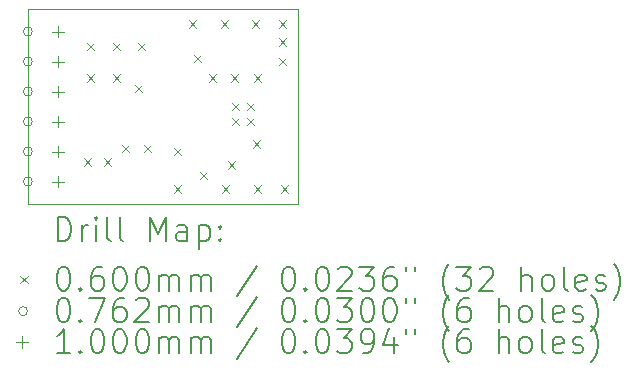
<source format=gbr>
%TF.GenerationSoftware,KiCad,Pcbnew,(6.0.8)*%
%TF.CreationDate,2023-05-19T15:03:57+02:00*%
%TF.ProjectId,10_Audio_Facile,31305f41-7564-4696-9f5f-466163696c65,rev?*%
%TF.SameCoordinates,Original*%
%TF.FileFunction,Drillmap*%
%TF.FilePolarity,Positive*%
%FSLAX45Y45*%
G04 Gerber Fmt 4.5, Leading zero omitted, Abs format (unit mm)*
G04 Created by KiCad (PCBNEW (6.0.8)) date 2023-05-19 15:03:57*
%MOMM*%
%LPD*%
G01*
G04 APERTURE LIST*
%ADD10C,0.050000*%
%ADD11C,0.200000*%
%ADD12C,0.060000*%
%ADD13C,0.076200*%
%ADD14C,0.100000*%
G04 APERTURE END LIST*
D10*
X12446000Y-7810500D02*
X10160000Y-7810500D01*
X12446000Y-6159500D02*
X12446000Y-7810500D01*
X10160000Y-7747000D02*
X10160000Y-7810500D01*
X10160000Y-7747000D02*
X10160000Y-6159500D01*
X10160000Y-6159500D02*
X12446000Y-6159500D01*
D11*
D12*
X10638000Y-7424900D02*
X10698000Y-7484900D01*
X10698000Y-7424900D02*
X10638000Y-7484900D01*
X10663400Y-6447000D02*
X10723400Y-6507000D01*
X10723400Y-6447000D02*
X10663400Y-6507000D01*
X10663400Y-6713700D02*
X10723400Y-6773700D01*
X10723400Y-6713700D02*
X10663400Y-6773700D01*
X10803100Y-7424900D02*
X10863100Y-7484900D01*
X10863100Y-7424900D02*
X10803100Y-7484900D01*
X10879300Y-6447000D02*
X10939300Y-6507000D01*
X10939300Y-6447000D02*
X10879300Y-6507000D01*
X10879300Y-6713700D02*
X10939300Y-6773700D01*
X10939300Y-6713700D02*
X10879300Y-6773700D01*
X10955500Y-7310600D02*
X11015500Y-7370600D01*
X11015500Y-7310600D02*
X10955500Y-7370600D01*
X11069800Y-6802600D02*
X11129800Y-6862600D01*
X11129800Y-6802600D02*
X11069800Y-6862600D01*
X11095200Y-6447000D02*
X11155200Y-6507000D01*
X11155200Y-6447000D02*
X11095200Y-6507000D01*
X11146000Y-7310600D02*
X11206000Y-7370600D01*
X11206000Y-7310600D02*
X11146000Y-7370600D01*
X11400000Y-7336000D02*
X11460000Y-7396000D01*
X11460000Y-7336000D02*
X11400000Y-7396000D01*
X11400000Y-7653500D02*
X11460000Y-7713500D01*
X11460000Y-7653500D02*
X11400000Y-7713500D01*
X11527000Y-6256500D02*
X11587000Y-6316500D01*
X11587000Y-6256500D02*
X11527000Y-6316500D01*
X11565100Y-6548600D02*
X11625100Y-6608600D01*
X11625100Y-6548600D02*
X11565100Y-6608600D01*
X11615900Y-7539200D02*
X11675900Y-7599200D01*
X11675900Y-7539200D02*
X11615900Y-7599200D01*
X11692100Y-6713700D02*
X11752100Y-6773700D01*
X11752100Y-6713700D02*
X11692100Y-6773700D01*
X11793700Y-6256500D02*
X11853700Y-6316500D01*
X11853700Y-6256500D02*
X11793700Y-6316500D01*
X11806400Y-7653500D02*
X11866400Y-7713500D01*
X11866400Y-7653500D02*
X11806400Y-7713500D01*
X11857200Y-7450300D02*
X11917200Y-7510300D01*
X11917200Y-7450300D02*
X11857200Y-7510300D01*
X11882600Y-6713700D02*
X11942600Y-6773700D01*
X11942600Y-6713700D02*
X11882600Y-6773700D01*
X11889340Y-6955000D02*
X11949340Y-7015000D01*
X11949340Y-6955000D02*
X11889340Y-7015000D01*
X11889340Y-7082000D02*
X11949340Y-7142000D01*
X11949340Y-7082000D02*
X11889340Y-7142000D01*
X12016340Y-6955000D02*
X12076340Y-7015000D01*
X12076340Y-6955000D02*
X12016340Y-7015000D01*
X12016340Y-7082000D02*
X12076340Y-7142000D01*
X12076340Y-7082000D02*
X12016340Y-7142000D01*
X12060400Y-6256500D02*
X12120400Y-6316500D01*
X12120400Y-6256500D02*
X12060400Y-6316500D01*
X12067140Y-7272500D02*
X12127140Y-7332500D01*
X12127140Y-7272500D02*
X12067140Y-7332500D01*
X12073100Y-6713700D02*
X12133100Y-6773700D01*
X12133100Y-6713700D02*
X12073100Y-6773700D01*
X12073100Y-7653500D02*
X12133100Y-7713500D01*
X12133100Y-7653500D02*
X12073100Y-7713500D01*
X12289000Y-6256500D02*
X12349000Y-6316500D01*
X12349000Y-6256500D02*
X12289000Y-6316500D01*
X12289000Y-6408900D02*
X12349000Y-6468900D01*
X12349000Y-6408900D02*
X12289000Y-6468900D01*
X12289000Y-6574000D02*
X12349000Y-6634000D01*
X12349000Y-6574000D02*
X12289000Y-6634000D01*
X12301700Y-7653500D02*
X12361700Y-7713500D01*
X12361700Y-7653500D02*
X12301700Y-7713500D01*
D13*
X10198100Y-6350000D02*
G75*
G03*
X10198100Y-6350000I-38100J0D01*
G01*
X10198100Y-6604000D02*
G75*
G03*
X10198100Y-6604000I-38100J0D01*
G01*
X10198100Y-6858000D02*
G75*
G03*
X10198100Y-6858000I-38100J0D01*
G01*
X10198100Y-7112000D02*
G75*
G03*
X10198100Y-7112000I-38100J0D01*
G01*
X10198100Y-7366000D02*
G75*
G03*
X10198100Y-7366000I-38100J0D01*
G01*
X10198100Y-7620000D02*
G75*
G03*
X10198100Y-7620000I-38100J0D01*
G01*
D14*
X10414000Y-6300000D02*
X10414000Y-6400000D01*
X10364000Y-6350000D02*
X10464000Y-6350000D01*
X10414000Y-6554000D02*
X10414000Y-6654000D01*
X10364000Y-6604000D02*
X10464000Y-6604000D01*
X10414000Y-6808000D02*
X10414000Y-6908000D01*
X10364000Y-6858000D02*
X10464000Y-6858000D01*
X10414000Y-7062000D02*
X10414000Y-7162000D01*
X10364000Y-7112000D02*
X10464000Y-7112000D01*
X10414000Y-7316000D02*
X10414000Y-7416000D01*
X10364000Y-7366000D02*
X10464000Y-7366000D01*
X10414000Y-7570000D02*
X10414000Y-7670000D01*
X10364000Y-7620000D02*
X10464000Y-7620000D01*
D11*
X10415119Y-8123476D02*
X10415119Y-7923476D01*
X10462738Y-7923476D01*
X10491310Y-7933000D01*
X10510357Y-7952048D01*
X10519881Y-7971095D01*
X10529405Y-8009190D01*
X10529405Y-8037762D01*
X10519881Y-8075857D01*
X10510357Y-8094905D01*
X10491310Y-8113952D01*
X10462738Y-8123476D01*
X10415119Y-8123476D01*
X10615119Y-8123476D02*
X10615119Y-7990143D01*
X10615119Y-8028238D02*
X10624643Y-8009190D01*
X10634167Y-7999667D01*
X10653214Y-7990143D01*
X10672262Y-7990143D01*
X10738929Y-8123476D02*
X10738929Y-7990143D01*
X10738929Y-7923476D02*
X10729405Y-7933000D01*
X10738929Y-7942524D01*
X10748452Y-7933000D01*
X10738929Y-7923476D01*
X10738929Y-7942524D01*
X10862738Y-8123476D02*
X10843690Y-8113952D01*
X10834167Y-8094905D01*
X10834167Y-7923476D01*
X10967500Y-8123476D02*
X10948452Y-8113952D01*
X10938929Y-8094905D01*
X10938929Y-7923476D01*
X11196071Y-8123476D02*
X11196071Y-7923476D01*
X11262738Y-8066333D01*
X11329405Y-7923476D01*
X11329405Y-8123476D01*
X11510357Y-8123476D02*
X11510357Y-8018714D01*
X11500833Y-7999667D01*
X11481786Y-7990143D01*
X11443690Y-7990143D01*
X11424643Y-7999667D01*
X11510357Y-8113952D02*
X11491309Y-8123476D01*
X11443690Y-8123476D01*
X11424643Y-8113952D01*
X11415119Y-8094905D01*
X11415119Y-8075857D01*
X11424643Y-8056809D01*
X11443690Y-8047286D01*
X11491309Y-8047286D01*
X11510357Y-8037762D01*
X11605595Y-7990143D02*
X11605595Y-8190143D01*
X11605595Y-7999667D02*
X11624643Y-7990143D01*
X11662738Y-7990143D01*
X11681786Y-7999667D01*
X11691309Y-8009190D01*
X11700833Y-8028238D01*
X11700833Y-8085381D01*
X11691309Y-8104428D01*
X11681786Y-8113952D01*
X11662738Y-8123476D01*
X11624643Y-8123476D01*
X11605595Y-8113952D01*
X11786548Y-8104428D02*
X11796071Y-8113952D01*
X11786548Y-8123476D01*
X11777024Y-8113952D01*
X11786548Y-8104428D01*
X11786548Y-8123476D01*
X11786548Y-7999667D02*
X11796071Y-8009190D01*
X11786548Y-8018714D01*
X11777024Y-8009190D01*
X11786548Y-7999667D01*
X11786548Y-8018714D01*
D12*
X10097500Y-8423000D02*
X10157500Y-8483000D01*
X10157500Y-8423000D02*
X10097500Y-8483000D01*
D11*
X10453214Y-8343476D02*
X10472262Y-8343476D01*
X10491310Y-8353000D01*
X10500833Y-8362524D01*
X10510357Y-8381571D01*
X10519881Y-8419667D01*
X10519881Y-8467286D01*
X10510357Y-8505381D01*
X10500833Y-8524429D01*
X10491310Y-8533952D01*
X10472262Y-8543476D01*
X10453214Y-8543476D01*
X10434167Y-8533952D01*
X10424643Y-8524429D01*
X10415119Y-8505381D01*
X10405595Y-8467286D01*
X10405595Y-8419667D01*
X10415119Y-8381571D01*
X10424643Y-8362524D01*
X10434167Y-8353000D01*
X10453214Y-8343476D01*
X10605595Y-8524429D02*
X10615119Y-8533952D01*
X10605595Y-8543476D01*
X10596071Y-8533952D01*
X10605595Y-8524429D01*
X10605595Y-8543476D01*
X10786548Y-8343476D02*
X10748452Y-8343476D01*
X10729405Y-8353000D01*
X10719881Y-8362524D01*
X10700833Y-8391095D01*
X10691310Y-8429190D01*
X10691310Y-8505381D01*
X10700833Y-8524429D01*
X10710357Y-8533952D01*
X10729405Y-8543476D01*
X10767500Y-8543476D01*
X10786548Y-8533952D01*
X10796071Y-8524429D01*
X10805595Y-8505381D01*
X10805595Y-8457762D01*
X10796071Y-8438714D01*
X10786548Y-8429190D01*
X10767500Y-8419667D01*
X10729405Y-8419667D01*
X10710357Y-8429190D01*
X10700833Y-8438714D01*
X10691310Y-8457762D01*
X10929405Y-8343476D02*
X10948452Y-8343476D01*
X10967500Y-8353000D01*
X10977024Y-8362524D01*
X10986548Y-8381571D01*
X10996071Y-8419667D01*
X10996071Y-8467286D01*
X10986548Y-8505381D01*
X10977024Y-8524429D01*
X10967500Y-8533952D01*
X10948452Y-8543476D01*
X10929405Y-8543476D01*
X10910357Y-8533952D01*
X10900833Y-8524429D01*
X10891310Y-8505381D01*
X10881786Y-8467286D01*
X10881786Y-8419667D01*
X10891310Y-8381571D01*
X10900833Y-8362524D01*
X10910357Y-8353000D01*
X10929405Y-8343476D01*
X11119881Y-8343476D02*
X11138929Y-8343476D01*
X11157976Y-8353000D01*
X11167500Y-8362524D01*
X11177024Y-8381571D01*
X11186548Y-8419667D01*
X11186548Y-8467286D01*
X11177024Y-8505381D01*
X11167500Y-8524429D01*
X11157976Y-8533952D01*
X11138929Y-8543476D01*
X11119881Y-8543476D01*
X11100833Y-8533952D01*
X11091310Y-8524429D01*
X11081786Y-8505381D01*
X11072262Y-8467286D01*
X11072262Y-8419667D01*
X11081786Y-8381571D01*
X11091310Y-8362524D01*
X11100833Y-8353000D01*
X11119881Y-8343476D01*
X11272262Y-8543476D02*
X11272262Y-8410143D01*
X11272262Y-8429190D02*
X11281786Y-8419667D01*
X11300833Y-8410143D01*
X11329405Y-8410143D01*
X11348452Y-8419667D01*
X11357976Y-8438714D01*
X11357976Y-8543476D01*
X11357976Y-8438714D02*
X11367500Y-8419667D01*
X11386548Y-8410143D01*
X11415119Y-8410143D01*
X11434167Y-8419667D01*
X11443690Y-8438714D01*
X11443690Y-8543476D01*
X11538928Y-8543476D02*
X11538928Y-8410143D01*
X11538928Y-8429190D02*
X11548452Y-8419667D01*
X11567500Y-8410143D01*
X11596071Y-8410143D01*
X11615119Y-8419667D01*
X11624643Y-8438714D01*
X11624643Y-8543476D01*
X11624643Y-8438714D02*
X11634167Y-8419667D01*
X11653214Y-8410143D01*
X11681786Y-8410143D01*
X11700833Y-8419667D01*
X11710357Y-8438714D01*
X11710357Y-8543476D01*
X12100833Y-8333952D02*
X11929405Y-8591095D01*
X12357976Y-8343476D02*
X12377024Y-8343476D01*
X12396071Y-8353000D01*
X12405595Y-8362524D01*
X12415119Y-8381571D01*
X12424643Y-8419667D01*
X12424643Y-8467286D01*
X12415119Y-8505381D01*
X12405595Y-8524429D01*
X12396071Y-8533952D01*
X12377024Y-8543476D01*
X12357976Y-8543476D01*
X12338928Y-8533952D01*
X12329405Y-8524429D01*
X12319881Y-8505381D01*
X12310357Y-8467286D01*
X12310357Y-8419667D01*
X12319881Y-8381571D01*
X12329405Y-8362524D01*
X12338928Y-8353000D01*
X12357976Y-8343476D01*
X12510357Y-8524429D02*
X12519881Y-8533952D01*
X12510357Y-8543476D01*
X12500833Y-8533952D01*
X12510357Y-8524429D01*
X12510357Y-8543476D01*
X12643690Y-8343476D02*
X12662738Y-8343476D01*
X12681786Y-8353000D01*
X12691309Y-8362524D01*
X12700833Y-8381571D01*
X12710357Y-8419667D01*
X12710357Y-8467286D01*
X12700833Y-8505381D01*
X12691309Y-8524429D01*
X12681786Y-8533952D01*
X12662738Y-8543476D01*
X12643690Y-8543476D01*
X12624643Y-8533952D01*
X12615119Y-8524429D01*
X12605595Y-8505381D01*
X12596071Y-8467286D01*
X12596071Y-8419667D01*
X12605595Y-8381571D01*
X12615119Y-8362524D01*
X12624643Y-8353000D01*
X12643690Y-8343476D01*
X12786548Y-8362524D02*
X12796071Y-8353000D01*
X12815119Y-8343476D01*
X12862738Y-8343476D01*
X12881786Y-8353000D01*
X12891309Y-8362524D01*
X12900833Y-8381571D01*
X12900833Y-8400619D01*
X12891309Y-8429190D01*
X12777024Y-8543476D01*
X12900833Y-8543476D01*
X12967500Y-8343476D02*
X13091309Y-8343476D01*
X13024643Y-8419667D01*
X13053214Y-8419667D01*
X13072262Y-8429190D01*
X13081786Y-8438714D01*
X13091309Y-8457762D01*
X13091309Y-8505381D01*
X13081786Y-8524429D01*
X13072262Y-8533952D01*
X13053214Y-8543476D01*
X12996071Y-8543476D01*
X12977024Y-8533952D01*
X12967500Y-8524429D01*
X13262738Y-8343476D02*
X13224643Y-8343476D01*
X13205595Y-8353000D01*
X13196071Y-8362524D01*
X13177024Y-8391095D01*
X13167500Y-8429190D01*
X13167500Y-8505381D01*
X13177024Y-8524429D01*
X13186548Y-8533952D01*
X13205595Y-8543476D01*
X13243690Y-8543476D01*
X13262738Y-8533952D01*
X13272262Y-8524429D01*
X13281786Y-8505381D01*
X13281786Y-8457762D01*
X13272262Y-8438714D01*
X13262738Y-8429190D01*
X13243690Y-8419667D01*
X13205595Y-8419667D01*
X13186548Y-8429190D01*
X13177024Y-8438714D01*
X13167500Y-8457762D01*
X13357976Y-8343476D02*
X13357976Y-8381571D01*
X13434167Y-8343476D02*
X13434167Y-8381571D01*
X13729405Y-8619667D02*
X13719881Y-8610143D01*
X13700833Y-8581571D01*
X13691309Y-8562524D01*
X13681786Y-8533952D01*
X13672262Y-8486333D01*
X13672262Y-8448238D01*
X13681786Y-8400619D01*
X13691309Y-8372048D01*
X13700833Y-8353000D01*
X13719881Y-8324428D01*
X13729405Y-8314905D01*
X13786548Y-8343476D02*
X13910357Y-8343476D01*
X13843690Y-8419667D01*
X13872262Y-8419667D01*
X13891309Y-8429190D01*
X13900833Y-8438714D01*
X13910357Y-8457762D01*
X13910357Y-8505381D01*
X13900833Y-8524429D01*
X13891309Y-8533952D01*
X13872262Y-8543476D01*
X13815119Y-8543476D01*
X13796071Y-8533952D01*
X13786548Y-8524429D01*
X13986548Y-8362524D02*
X13996071Y-8353000D01*
X14015119Y-8343476D01*
X14062738Y-8343476D01*
X14081786Y-8353000D01*
X14091309Y-8362524D01*
X14100833Y-8381571D01*
X14100833Y-8400619D01*
X14091309Y-8429190D01*
X13977024Y-8543476D01*
X14100833Y-8543476D01*
X14338928Y-8543476D02*
X14338928Y-8343476D01*
X14424643Y-8543476D02*
X14424643Y-8438714D01*
X14415119Y-8419667D01*
X14396071Y-8410143D01*
X14367500Y-8410143D01*
X14348452Y-8419667D01*
X14338928Y-8429190D01*
X14548452Y-8543476D02*
X14529405Y-8533952D01*
X14519881Y-8524429D01*
X14510357Y-8505381D01*
X14510357Y-8448238D01*
X14519881Y-8429190D01*
X14529405Y-8419667D01*
X14548452Y-8410143D01*
X14577024Y-8410143D01*
X14596071Y-8419667D01*
X14605595Y-8429190D01*
X14615119Y-8448238D01*
X14615119Y-8505381D01*
X14605595Y-8524429D01*
X14596071Y-8533952D01*
X14577024Y-8543476D01*
X14548452Y-8543476D01*
X14729405Y-8543476D02*
X14710357Y-8533952D01*
X14700833Y-8514905D01*
X14700833Y-8343476D01*
X14881786Y-8533952D02*
X14862738Y-8543476D01*
X14824643Y-8543476D01*
X14805595Y-8533952D01*
X14796071Y-8514905D01*
X14796071Y-8438714D01*
X14805595Y-8419667D01*
X14824643Y-8410143D01*
X14862738Y-8410143D01*
X14881786Y-8419667D01*
X14891309Y-8438714D01*
X14891309Y-8457762D01*
X14796071Y-8476810D01*
X14967500Y-8533952D02*
X14986548Y-8543476D01*
X15024643Y-8543476D01*
X15043690Y-8533952D01*
X15053214Y-8514905D01*
X15053214Y-8505381D01*
X15043690Y-8486333D01*
X15024643Y-8476810D01*
X14996071Y-8476810D01*
X14977024Y-8467286D01*
X14967500Y-8448238D01*
X14967500Y-8438714D01*
X14977024Y-8419667D01*
X14996071Y-8410143D01*
X15024643Y-8410143D01*
X15043690Y-8419667D01*
X15119881Y-8619667D02*
X15129405Y-8610143D01*
X15148452Y-8581571D01*
X15157976Y-8562524D01*
X15167500Y-8533952D01*
X15177024Y-8486333D01*
X15177024Y-8448238D01*
X15167500Y-8400619D01*
X15157976Y-8372048D01*
X15148452Y-8353000D01*
X15129405Y-8324428D01*
X15119881Y-8314905D01*
D13*
X10157500Y-8717000D02*
G75*
G03*
X10157500Y-8717000I-38100J0D01*
G01*
D11*
X10453214Y-8607476D02*
X10472262Y-8607476D01*
X10491310Y-8617000D01*
X10500833Y-8626524D01*
X10510357Y-8645571D01*
X10519881Y-8683667D01*
X10519881Y-8731286D01*
X10510357Y-8769381D01*
X10500833Y-8788429D01*
X10491310Y-8797952D01*
X10472262Y-8807476D01*
X10453214Y-8807476D01*
X10434167Y-8797952D01*
X10424643Y-8788429D01*
X10415119Y-8769381D01*
X10405595Y-8731286D01*
X10405595Y-8683667D01*
X10415119Y-8645571D01*
X10424643Y-8626524D01*
X10434167Y-8617000D01*
X10453214Y-8607476D01*
X10605595Y-8788429D02*
X10615119Y-8797952D01*
X10605595Y-8807476D01*
X10596071Y-8797952D01*
X10605595Y-8788429D01*
X10605595Y-8807476D01*
X10681786Y-8607476D02*
X10815119Y-8607476D01*
X10729405Y-8807476D01*
X10977024Y-8607476D02*
X10938929Y-8607476D01*
X10919881Y-8617000D01*
X10910357Y-8626524D01*
X10891310Y-8655095D01*
X10881786Y-8693190D01*
X10881786Y-8769381D01*
X10891310Y-8788429D01*
X10900833Y-8797952D01*
X10919881Y-8807476D01*
X10957976Y-8807476D01*
X10977024Y-8797952D01*
X10986548Y-8788429D01*
X10996071Y-8769381D01*
X10996071Y-8721762D01*
X10986548Y-8702714D01*
X10977024Y-8693190D01*
X10957976Y-8683667D01*
X10919881Y-8683667D01*
X10900833Y-8693190D01*
X10891310Y-8702714D01*
X10881786Y-8721762D01*
X11072262Y-8626524D02*
X11081786Y-8617000D01*
X11100833Y-8607476D01*
X11148452Y-8607476D01*
X11167500Y-8617000D01*
X11177024Y-8626524D01*
X11186548Y-8645571D01*
X11186548Y-8664619D01*
X11177024Y-8693190D01*
X11062738Y-8807476D01*
X11186548Y-8807476D01*
X11272262Y-8807476D02*
X11272262Y-8674143D01*
X11272262Y-8693190D02*
X11281786Y-8683667D01*
X11300833Y-8674143D01*
X11329405Y-8674143D01*
X11348452Y-8683667D01*
X11357976Y-8702714D01*
X11357976Y-8807476D01*
X11357976Y-8702714D02*
X11367500Y-8683667D01*
X11386548Y-8674143D01*
X11415119Y-8674143D01*
X11434167Y-8683667D01*
X11443690Y-8702714D01*
X11443690Y-8807476D01*
X11538928Y-8807476D02*
X11538928Y-8674143D01*
X11538928Y-8693190D02*
X11548452Y-8683667D01*
X11567500Y-8674143D01*
X11596071Y-8674143D01*
X11615119Y-8683667D01*
X11624643Y-8702714D01*
X11624643Y-8807476D01*
X11624643Y-8702714D02*
X11634167Y-8683667D01*
X11653214Y-8674143D01*
X11681786Y-8674143D01*
X11700833Y-8683667D01*
X11710357Y-8702714D01*
X11710357Y-8807476D01*
X12100833Y-8597952D02*
X11929405Y-8855095D01*
X12357976Y-8607476D02*
X12377024Y-8607476D01*
X12396071Y-8617000D01*
X12405595Y-8626524D01*
X12415119Y-8645571D01*
X12424643Y-8683667D01*
X12424643Y-8731286D01*
X12415119Y-8769381D01*
X12405595Y-8788429D01*
X12396071Y-8797952D01*
X12377024Y-8807476D01*
X12357976Y-8807476D01*
X12338928Y-8797952D01*
X12329405Y-8788429D01*
X12319881Y-8769381D01*
X12310357Y-8731286D01*
X12310357Y-8683667D01*
X12319881Y-8645571D01*
X12329405Y-8626524D01*
X12338928Y-8617000D01*
X12357976Y-8607476D01*
X12510357Y-8788429D02*
X12519881Y-8797952D01*
X12510357Y-8807476D01*
X12500833Y-8797952D01*
X12510357Y-8788429D01*
X12510357Y-8807476D01*
X12643690Y-8607476D02*
X12662738Y-8607476D01*
X12681786Y-8617000D01*
X12691309Y-8626524D01*
X12700833Y-8645571D01*
X12710357Y-8683667D01*
X12710357Y-8731286D01*
X12700833Y-8769381D01*
X12691309Y-8788429D01*
X12681786Y-8797952D01*
X12662738Y-8807476D01*
X12643690Y-8807476D01*
X12624643Y-8797952D01*
X12615119Y-8788429D01*
X12605595Y-8769381D01*
X12596071Y-8731286D01*
X12596071Y-8683667D01*
X12605595Y-8645571D01*
X12615119Y-8626524D01*
X12624643Y-8617000D01*
X12643690Y-8607476D01*
X12777024Y-8607476D02*
X12900833Y-8607476D01*
X12834167Y-8683667D01*
X12862738Y-8683667D01*
X12881786Y-8693190D01*
X12891309Y-8702714D01*
X12900833Y-8721762D01*
X12900833Y-8769381D01*
X12891309Y-8788429D01*
X12881786Y-8797952D01*
X12862738Y-8807476D01*
X12805595Y-8807476D01*
X12786548Y-8797952D01*
X12777024Y-8788429D01*
X13024643Y-8607476D02*
X13043690Y-8607476D01*
X13062738Y-8617000D01*
X13072262Y-8626524D01*
X13081786Y-8645571D01*
X13091309Y-8683667D01*
X13091309Y-8731286D01*
X13081786Y-8769381D01*
X13072262Y-8788429D01*
X13062738Y-8797952D01*
X13043690Y-8807476D01*
X13024643Y-8807476D01*
X13005595Y-8797952D01*
X12996071Y-8788429D01*
X12986548Y-8769381D01*
X12977024Y-8731286D01*
X12977024Y-8683667D01*
X12986548Y-8645571D01*
X12996071Y-8626524D01*
X13005595Y-8617000D01*
X13024643Y-8607476D01*
X13215119Y-8607476D02*
X13234167Y-8607476D01*
X13253214Y-8617000D01*
X13262738Y-8626524D01*
X13272262Y-8645571D01*
X13281786Y-8683667D01*
X13281786Y-8731286D01*
X13272262Y-8769381D01*
X13262738Y-8788429D01*
X13253214Y-8797952D01*
X13234167Y-8807476D01*
X13215119Y-8807476D01*
X13196071Y-8797952D01*
X13186548Y-8788429D01*
X13177024Y-8769381D01*
X13167500Y-8731286D01*
X13167500Y-8683667D01*
X13177024Y-8645571D01*
X13186548Y-8626524D01*
X13196071Y-8617000D01*
X13215119Y-8607476D01*
X13357976Y-8607476D02*
X13357976Y-8645571D01*
X13434167Y-8607476D02*
X13434167Y-8645571D01*
X13729405Y-8883667D02*
X13719881Y-8874143D01*
X13700833Y-8845571D01*
X13691309Y-8826524D01*
X13681786Y-8797952D01*
X13672262Y-8750333D01*
X13672262Y-8712238D01*
X13681786Y-8664619D01*
X13691309Y-8636048D01*
X13700833Y-8617000D01*
X13719881Y-8588429D01*
X13729405Y-8578905D01*
X13891309Y-8607476D02*
X13853214Y-8607476D01*
X13834167Y-8617000D01*
X13824643Y-8626524D01*
X13805595Y-8655095D01*
X13796071Y-8693190D01*
X13796071Y-8769381D01*
X13805595Y-8788429D01*
X13815119Y-8797952D01*
X13834167Y-8807476D01*
X13872262Y-8807476D01*
X13891309Y-8797952D01*
X13900833Y-8788429D01*
X13910357Y-8769381D01*
X13910357Y-8721762D01*
X13900833Y-8702714D01*
X13891309Y-8693190D01*
X13872262Y-8683667D01*
X13834167Y-8683667D01*
X13815119Y-8693190D01*
X13805595Y-8702714D01*
X13796071Y-8721762D01*
X14148452Y-8807476D02*
X14148452Y-8607476D01*
X14234167Y-8807476D02*
X14234167Y-8702714D01*
X14224643Y-8683667D01*
X14205595Y-8674143D01*
X14177024Y-8674143D01*
X14157976Y-8683667D01*
X14148452Y-8693190D01*
X14357976Y-8807476D02*
X14338928Y-8797952D01*
X14329405Y-8788429D01*
X14319881Y-8769381D01*
X14319881Y-8712238D01*
X14329405Y-8693190D01*
X14338928Y-8683667D01*
X14357976Y-8674143D01*
X14386548Y-8674143D01*
X14405595Y-8683667D01*
X14415119Y-8693190D01*
X14424643Y-8712238D01*
X14424643Y-8769381D01*
X14415119Y-8788429D01*
X14405595Y-8797952D01*
X14386548Y-8807476D01*
X14357976Y-8807476D01*
X14538928Y-8807476D02*
X14519881Y-8797952D01*
X14510357Y-8778905D01*
X14510357Y-8607476D01*
X14691309Y-8797952D02*
X14672262Y-8807476D01*
X14634167Y-8807476D01*
X14615119Y-8797952D01*
X14605595Y-8778905D01*
X14605595Y-8702714D01*
X14615119Y-8683667D01*
X14634167Y-8674143D01*
X14672262Y-8674143D01*
X14691309Y-8683667D01*
X14700833Y-8702714D01*
X14700833Y-8721762D01*
X14605595Y-8740810D01*
X14777024Y-8797952D02*
X14796071Y-8807476D01*
X14834167Y-8807476D01*
X14853214Y-8797952D01*
X14862738Y-8778905D01*
X14862738Y-8769381D01*
X14853214Y-8750333D01*
X14834167Y-8740810D01*
X14805595Y-8740810D01*
X14786548Y-8731286D01*
X14777024Y-8712238D01*
X14777024Y-8702714D01*
X14786548Y-8683667D01*
X14805595Y-8674143D01*
X14834167Y-8674143D01*
X14853214Y-8683667D01*
X14929405Y-8883667D02*
X14938928Y-8874143D01*
X14957976Y-8845571D01*
X14967500Y-8826524D01*
X14977024Y-8797952D01*
X14986548Y-8750333D01*
X14986548Y-8712238D01*
X14977024Y-8664619D01*
X14967500Y-8636048D01*
X14957976Y-8617000D01*
X14938928Y-8588429D01*
X14929405Y-8578905D01*
D14*
X10107500Y-8931000D02*
X10107500Y-9031000D01*
X10057500Y-8981000D02*
X10157500Y-8981000D01*
D11*
X10519881Y-9071476D02*
X10405595Y-9071476D01*
X10462738Y-9071476D02*
X10462738Y-8871476D01*
X10443690Y-8900048D01*
X10424643Y-8919095D01*
X10405595Y-8928619D01*
X10605595Y-9052429D02*
X10615119Y-9061952D01*
X10605595Y-9071476D01*
X10596071Y-9061952D01*
X10605595Y-9052429D01*
X10605595Y-9071476D01*
X10738929Y-8871476D02*
X10757976Y-8871476D01*
X10777024Y-8881000D01*
X10786548Y-8890524D01*
X10796071Y-8909571D01*
X10805595Y-8947667D01*
X10805595Y-8995286D01*
X10796071Y-9033381D01*
X10786548Y-9052429D01*
X10777024Y-9061952D01*
X10757976Y-9071476D01*
X10738929Y-9071476D01*
X10719881Y-9061952D01*
X10710357Y-9052429D01*
X10700833Y-9033381D01*
X10691310Y-8995286D01*
X10691310Y-8947667D01*
X10700833Y-8909571D01*
X10710357Y-8890524D01*
X10719881Y-8881000D01*
X10738929Y-8871476D01*
X10929405Y-8871476D02*
X10948452Y-8871476D01*
X10967500Y-8881000D01*
X10977024Y-8890524D01*
X10986548Y-8909571D01*
X10996071Y-8947667D01*
X10996071Y-8995286D01*
X10986548Y-9033381D01*
X10977024Y-9052429D01*
X10967500Y-9061952D01*
X10948452Y-9071476D01*
X10929405Y-9071476D01*
X10910357Y-9061952D01*
X10900833Y-9052429D01*
X10891310Y-9033381D01*
X10881786Y-8995286D01*
X10881786Y-8947667D01*
X10891310Y-8909571D01*
X10900833Y-8890524D01*
X10910357Y-8881000D01*
X10929405Y-8871476D01*
X11119881Y-8871476D02*
X11138929Y-8871476D01*
X11157976Y-8881000D01*
X11167500Y-8890524D01*
X11177024Y-8909571D01*
X11186548Y-8947667D01*
X11186548Y-8995286D01*
X11177024Y-9033381D01*
X11167500Y-9052429D01*
X11157976Y-9061952D01*
X11138929Y-9071476D01*
X11119881Y-9071476D01*
X11100833Y-9061952D01*
X11091310Y-9052429D01*
X11081786Y-9033381D01*
X11072262Y-8995286D01*
X11072262Y-8947667D01*
X11081786Y-8909571D01*
X11091310Y-8890524D01*
X11100833Y-8881000D01*
X11119881Y-8871476D01*
X11272262Y-9071476D02*
X11272262Y-8938143D01*
X11272262Y-8957190D02*
X11281786Y-8947667D01*
X11300833Y-8938143D01*
X11329405Y-8938143D01*
X11348452Y-8947667D01*
X11357976Y-8966714D01*
X11357976Y-9071476D01*
X11357976Y-8966714D02*
X11367500Y-8947667D01*
X11386548Y-8938143D01*
X11415119Y-8938143D01*
X11434167Y-8947667D01*
X11443690Y-8966714D01*
X11443690Y-9071476D01*
X11538928Y-9071476D02*
X11538928Y-8938143D01*
X11538928Y-8957190D02*
X11548452Y-8947667D01*
X11567500Y-8938143D01*
X11596071Y-8938143D01*
X11615119Y-8947667D01*
X11624643Y-8966714D01*
X11624643Y-9071476D01*
X11624643Y-8966714D02*
X11634167Y-8947667D01*
X11653214Y-8938143D01*
X11681786Y-8938143D01*
X11700833Y-8947667D01*
X11710357Y-8966714D01*
X11710357Y-9071476D01*
X12100833Y-8861952D02*
X11929405Y-9119095D01*
X12357976Y-8871476D02*
X12377024Y-8871476D01*
X12396071Y-8881000D01*
X12405595Y-8890524D01*
X12415119Y-8909571D01*
X12424643Y-8947667D01*
X12424643Y-8995286D01*
X12415119Y-9033381D01*
X12405595Y-9052429D01*
X12396071Y-9061952D01*
X12377024Y-9071476D01*
X12357976Y-9071476D01*
X12338928Y-9061952D01*
X12329405Y-9052429D01*
X12319881Y-9033381D01*
X12310357Y-8995286D01*
X12310357Y-8947667D01*
X12319881Y-8909571D01*
X12329405Y-8890524D01*
X12338928Y-8881000D01*
X12357976Y-8871476D01*
X12510357Y-9052429D02*
X12519881Y-9061952D01*
X12510357Y-9071476D01*
X12500833Y-9061952D01*
X12510357Y-9052429D01*
X12510357Y-9071476D01*
X12643690Y-8871476D02*
X12662738Y-8871476D01*
X12681786Y-8881000D01*
X12691309Y-8890524D01*
X12700833Y-8909571D01*
X12710357Y-8947667D01*
X12710357Y-8995286D01*
X12700833Y-9033381D01*
X12691309Y-9052429D01*
X12681786Y-9061952D01*
X12662738Y-9071476D01*
X12643690Y-9071476D01*
X12624643Y-9061952D01*
X12615119Y-9052429D01*
X12605595Y-9033381D01*
X12596071Y-8995286D01*
X12596071Y-8947667D01*
X12605595Y-8909571D01*
X12615119Y-8890524D01*
X12624643Y-8881000D01*
X12643690Y-8871476D01*
X12777024Y-8871476D02*
X12900833Y-8871476D01*
X12834167Y-8947667D01*
X12862738Y-8947667D01*
X12881786Y-8957190D01*
X12891309Y-8966714D01*
X12900833Y-8985762D01*
X12900833Y-9033381D01*
X12891309Y-9052429D01*
X12881786Y-9061952D01*
X12862738Y-9071476D01*
X12805595Y-9071476D01*
X12786548Y-9061952D01*
X12777024Y-9052429D01*
X12996071Y-9071476D02*
X13034167Y-9071476D01*
X13053214Y-9061952D01*
X13062738Y-9052429D01*
X13081786Y-9023857D01*
X13091309Y-8985762D01*
X13091309Y-8909571D01*
X13081786Y-8890524D01*
X13072262Y-8881000D01*
X13053214Y-8871476D01*
X13015119Y-8871476D01*
X12996071Y-8881000D01*
X12986548Y-8890524D01*
X12977024Y-8909571D01*
X12977024Y-8957190D01*
X12986548Y-8976238D01*
X12996071Y-8985762D01*
X13015119Y-8995286D01*
X13053214Y-8995286D01*
X13072262Y-8985762D01*
X13081786Y-8976238D01*
X13091309Y-8957190D01*
X13262738Y-8938143D02*
X13262738Y-9071476D01*
X13215119Y-8861952D02*
X13167500Y-9004810D01*
X13291309Y-9004810D01*
X13357976Y-8871476D02*
X13357976Y-8909571D01*
X13434167Y-8871476D02*
X13434167Y-8909571D01*
X13729405Y-9147667D02*
X13719881Y-9138143D01*
X13700833Y-9109571D01*
X13691309Y-9090524D01*
X13681786Y-9061952D01*
X13672262Y-9014333D01*
X13672262Y-8976238D01*
X13681786Y-8928619D01*
X13691309Y-8900048D01*
X13700833Y-8881000D01*
X13719881Y-8852429D01*
X13729405Y-8842905D01*
X13891309Y-8871476D02*
X13853214Y-8871476D01*
X13834167Y-8881000D01*
X13824643Y-8890524D01*
X13805595Y-8919095D01*
X13796071Y-8957190D01*
X13796071Y-9033381D01*
X13805595Y-9052429D01*
X13815119Y-9061952D01*
X13834167Y-9071476D01*
X13872262Y-9071476D01*
X13891309Y-9061952D01*
X13900833Y-9052429D01*
X13910357Y-9033381D01*
X13910357Y-8985762D01*
X13900833Y-8966714D01*
X13891309Y-8957190D01*
X13872262Y-8947667D01*
X13834167Y-8947667D01*
X13815119Y-8957190D01*
X13805595Y-8966714D01*
X13796071Y-8985762D01*
X14148452Y-9071476D02*
X14148452Y-8871476D01*
X14234167Y-9071476D02*
X14234167Y-8966714D01*
X14224643Y-8947667D01*
X14205595Y-8938143D01*
X14177024Y-8938143D01*
X14157976Y-8947667D01*
X14148452Y-8957190D01*
X14357976Y-9071476D02*
X14338928Y-9061952D01*
X14329405Y-9052429D01*
X14319881Y-9033381D01*
X14319881Y-8976238D01*
X14329405Y-8957190D01*
X14338928Y-8947667D01*
X14357976Y-8938143D01*
X14386548Y-8938143D01*
X14405595Y-8947667D01*
X14415119Y-8957190D01*
X14424643Y-8976238D01*
X14424643Y-9033381D01*
X14415119Y-9052429D01*
X14405595Y-9061952D01*
X14386548Y-9071476D01*
X14357976Y-9071476D01*
X14538928Y-9071476D02*
X14519881Y-9061952D01*
X14510357Y-9042905D01*
X14510357Y-8871476D01*
X14691309Y-9061952D02*
X14672262Y-9071476D01*
X14634167Y-9071476D01*
X14615119Y-9061952D01*
X14605595Y-9042905D01*
X14605595Y-8966714D01*
X14615119Y-8947667D01*
X14634167Y-8938143D01*
X14672262Y-8938143D01*
X14691309Y-8947667D01*
X14700833Y-8966714D01*
X14700833Y-8985762D01*
X14605595Y-9004810D01*
X14777024Y-9061952D02*
X14796071Y-9071476D01*
X14834167Y-9071476D01*
X14853214Y-9061952D01*
X14862738Y-9042905D01*
X14862738Y-9033381D01*
X14853214Y-9014333D01*
X14834167Y-9004810D01*
X14805595Y-9004810D01*
X14786548Y-8995286D01*
X14777024Y-8976238D01*
X14777024Y-8966714D01*
X14786548Y-8947667D01*
X14805595Y-8938143D01*
X14834167Y-8938143D01*
X14853214Y-8947667D01*
X14929405Y-9147667D02*
X14938928Y-9138143D01*
X14957976Y-9109571D01*
X14967500Y-9090524D01*
X14977024Y-9061952D01*
X14986548Y-9014333D01*
X14986548Y-8976238D01*
X14977024Y-8928619D01*
X14967500Y-8900048D01*
X14957976Y-8881000D01*
X14938928Y-8852429D01*
X14929405Y-8842905D01*
M02*

</source>
